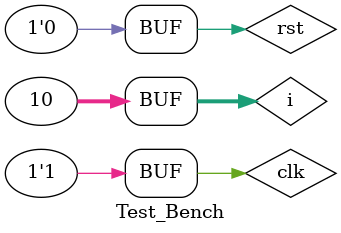
<source format=v>
module Test_Bench ();
 
  integer i;
  reg clk, rst;
 
  ARM arm (clk, rst);

  initial begin
    rst = 1'b0;
    #35 rst = 1'b1;
    #35 rst = 1'b0;
    for (i = 0; i < 10; i=i+1) begin
      #100 clk = 1'b0;
      #100 clk = 1'b1;
    end
  end

endmodule

</source>
